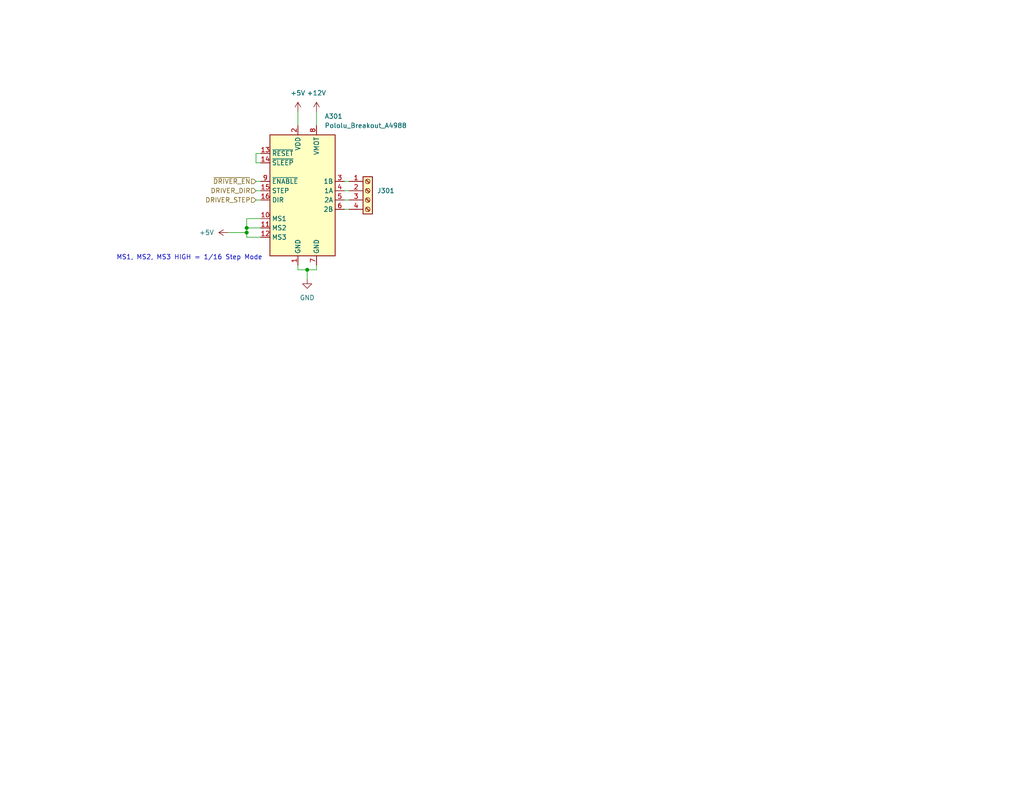
<source format=kicad_sch>
(kicad_sch (version 20230121) (generator eeschema)
  (paper "USLetter")
  (title_block (rev "1"))
  (lib_symbols
    (symbol "Connector:Screw_Terminal_01x04" (pin_names (offset 1.016) hide)
      (property "Reference" "J" (at 0 5.08 0))
      (property "Value" "Screw_Terminal_01x04" (at 0 -7.62 0))
      (symbol "Screw_Terminal_01x04_1_1"
        (rectangle (start -1.27 3.81) (end 1.27 -6.35) (stroke (width 0.254)) (fill (type background)))
        (circle (center 0 -5.08) (radius 0.635) (stroke (width 0.1524)))
        (circle (center 0 -2.54) (radius 0.635) (stroke (width 0.1524)))
        (polyline (pts (xy -0.5334 -4.7498) (xy 0.3302 -5.588)) (stroke (width 0.1524)))
        (polyline (pts (xy -0.5334 -2.2098) (xy 0.3302 -3.048)) (stroke (width 0.1524)))
        (polyline (pts (xy -0.5334 0.3302) (xy 0.3302 -0.508)) (stroke (width 0.1524)))
        (polyline (pts (xy -0.5334 2.8702) (xy 0.3302 2.032)) (stroke (width 0.1524)))
        (polyline (pts (xy -0.3556 -4.572) (xy 0.508 -5.4102)) (stroke (width 0.1524)))
        (polyline (pts (xy -0.3556 -2.032) (xy 0.508 -2.8702)) (stroke (width 0.1524)))
        (polyline (pts (xy -0.3556 0.508) (xy 0.508 -0.3302)) (stroke (width 0.1524)))
        (polyline (pts (xy -0.3556 3.048) (xy 0.508 2.2098)) (stroke (width 0.1524)))
        (circle (center 0 0) (radius 0.635) (stroke (width 0.1524)))
        (circle (center 0 2.54) (radius 0.635) (stroke (width 0.1524)))
        (pin passive line (at -5.08 2.54 0) (length 3.81) (name "Pin_1") (number "1"))
        (pin passive line (at -5.08 0 0) (length 3.81) (name "Pin_2") (number "2"))
        (pin passive line (at -5.08 -2.54 0) (length 3.81) (name "Pin_3") (number "3"))
        (pin passive line (at -5.08 -5.08 0) (length 3.81) (name "Pin_4") (number "4"))
      )
    )
    (symbol "Driver_Motor:Pololu_Breakout_A4988"
      (property "Reference" "A" (at -2.54 19.05 0))
      (property "Value" "Pololu_Breakout_A4988" (at -2.54 16.51 0))
      (symbol "Pololu_Breakout_A4988_0_1"
        (rectangle (start 10.16 -17.78) (end -7.62 15.24) (stroke (width 0.254)) (fill (type background)))
      )
      (symbol "Pololu_Breakout_A4988_1_1"
        (pin power_in line (at 0 -20.32 90) (length 2.54) (name "GND") (number "1"))
        (pin input line (at -10.16 -7.62 0) (length 2.54) (name "MS1") (number "10"))
        (pin input line (at -10.16 -10.16 0) (length 2.54) (name "MS2") (number "11"))
        (pin input line (at -10.16 -12.7 0) (length 2.54) (name "MS3") (number "12"))
        (pin input line (at -10.16 10.16 0) (length 2.54) (name "~{RESET}") (number "13"))
        (pin input line (at -10.16 7.62 0) (length 2.54) (name "~{SLEEP}") (number "14"))
        (pin input line (at -10.16 0 0) (length 2.54) (name "STEP") (number "15"))
        (pin input line (at -10.16 -2.54 0) (length 2.54) (name "DIR") (number "16"))
        (pin power_in line (at 0 17.78 270) (length 2.54) (name "VDD") (number "2"))
        (pin output line (at 12.7 2.54 180) (length 2.54) (name "1B") (number "3"))
        (pin output line (at 12.7 0 180) (length 2.54) (name "1A") (number "4"))
        (pin output line (at 12.7 -2.54 180) (length 2.54) (name "2A") (number "5"))
        (pin output line (at 12.7 -5.08 180) (length 2.54) (name "2B") (number "6"))
        (pin power_in line (at 5.08 -20.32 90) (length 2.54) (name "GND") (number "7"))
        (pin power_in line (at 5.08 17.78 270) (length 2.54) (name "VMOT") (number "8"))
        (pin input line (at -10.16 2.54 0) (length 2.54) (name "~{ENABLE}") (number "9"))
      )
    )
    (symbol "power:+12V" (power) (pin_names (offset 0))
      (property "Value" "+12V" (at 0 3.556 0))
      (symbol "+12V_0_1"
        (polyline (pts (xy -0.762 1.27) (xy 0 2.54)))
        (polyline (pts (xy 0 0) (xy 0 2.54)))
        (polyline (pts (xy 0 2.54) (xy 0.762 1.27)))
      )
      (symbol "+12V_1_1"
        (pin power_in line (at 0 0 90) (length 0) hide (name "+12V") (number "1"))
      )
    )
    (symbol "power:+5V" (power) (pin_names (offset 0))
      (property "Value" "+5V" (at 0 3.556 0))
      (symbol "+5V_0_1"
        (polyline (pts (xy -0.762 1.27) (xy 0 2.54)))
        (polyline (pts (xy 0 0) (xy 0 2.54)))
        (polyline (pts (xy 0 2.54) (xy 0.762 1.27)))
      )
      (symbol "+5V_1_1"
        (pin power_in line (at 0 0 90) (length 0) hide (name "+5V") (number "1"))
      )
    )
    (symbol "power:GND" (power) (pin_names (offset 0))
      (property "Value" "GND" (at 0 -3.81 0))
      (symbol "GND_0_1"
        (polyline (pts (xy 0 0) (xy 0 -1.27) (xy 1.27 -1.27) (xy 0 -2.54) (xy -1.27 -1.27) (xy 0 -1.27)))
      )
      (symbol "GND_1_1"
        (pin power_in line (at 0 0 270) (length 0) hide (name "GND") (number "1"))
      )
    )
  )
  (junction (at 83.82 73.66))
  (junction (at 67.31 63.5))
  (junction (at 67.31 62.23))
  (wire (pts (xy 67.31 64.77) (xy 71.12 64.77)))
  (wire (pts (xy 81.28 30.48) (xy 81.28 34.29)))
  (wire (pts (xy 67.31 59.69) (xy 71.12 59.69)))
  (wire (pts (xy 86.36 30.48) (xy 86.36 34.29)))
  (wire (pts (xy 93.98 49.53) (xy 95.25 49.53)))
  (wire (pts (xy 69.85 54.61) (xy 71.12 54.61)))
  (wire (pts (xy 86.36 73.66) (xy 83.82 73.66)))
  (wire (pts (xy 69.85 44.45) (xy 71.12 44.45)))
  (wire (pts (xy 93.98 52.07) (xy 95.25 52.07)))
  (wire (pts (xy 93.98 57.15) (xy 95.25 57.15)))
  (wire (pts (xy 86.36 72.39) (xy 86.36 73.66)))
  (wire (pts (xy 83.82 73.66) (xy 81.28 73.66)))
  (wire (pts (xy 71.12 41.91) (xy 69.85 41.91)))
  (wire (pts (xy 69.85 52.07) (xy 71.12 52.07)))
  (wire (pts (xy 69.85 41.91) (xy 69.85 44.45)))
  (wire (pts (xy 67.31 63.5) (xy 67.31 64.77)))
  (wire (pts (xy 67.31 59.69) (xy 67.31 62.23)))
  (wire (pts (xy 83.82 73.66) (xy 83.82 76.2)))
  (wire (pts (xy 69.85 49.53) (xy 71.12 49.53)))
  (wire (pts (xy 93.98 54.61) (xy 95.25 54.61)))
  (wire (pts (xy 67.31 62.23) (xy 67.31 63.5)))
  (wire (pts (xy 81.28 72.39) (xy 81.28 73.66)))
  (wire (pts (xy 67.31 62.23) (xy 71.12 62.23)))
  (wire (pts (xy 62.23 63.5) (xy 67.31 63.5)))
  (text "MS1, MS2, MS3 HIGH = 1/16 Step Mode" (at 31.75 71.12 0) (effects (font (size 1.27 1.27)) (justify left bottom)))
  (hierarchical_label "DRIVER_DIR" (shape input) (at 69.85 52.07 180))
  (hierarchical_label "DRIVER_STEP" (shape input) (at 69.85 54.61 180))
  (hierarchical_label "~{DRIVER_EN}" (shape input) (at 69.85 49.53 180))
  (symbol (lib_id "power:+12V") (at 86.36 30.48 0) (unit 1)
    (property "Reference" "#PWR0304" (effects hide))
    (property "Value" "+12V" (at 86.36 25.4 0))
    (instances (project "claw_machine" (path "" (reference "#PWR0304") (unit 1)) (path "" (reference "#PWR0504") (unit 1)) (path "" (reference "#PWR0404") (unit 1))) (project "ClawMachine" (path "" (reference "#PWR03") (unit 1)) (path "" (reference "#PWR039") (unit 1)) (path "" (reference "#PWR042") (unit 1))))
  )
  (symbol (lib_id "Connector:Screw_Terminal_01x04") (at 100.33 52.07 0) (unit 1)
    (property "Reference" "J301" (at 102.87 52.07 0) (effects (justify left)))
    (property "Value" "Screw_Terminal_01x04" (effects hide))
    (property "Footprint" "TerminalBlock:TerminalBlock_bornier-4_P5.08mm" (effects hide))
    (instances (project "claw_machine" (path "" (reference "J301") (unit 1)) (path "" (reference "J501") (unit 1)) (path "" (reference "J401") (unit 1))) (project "ClawMachine" (path "" (reference "J6") (unit 1)) (path "" (reference "J2") (unit 1)) (path "" (reference "J1") (unit 1)) (path "" (reference "J6") (unit 1))))
  )
  (symbol (lib_id "Driver_Motor:Pololu_Breakout_A4988") (at 81.28 52.07 0) (unit 1)
    (property "Reference" "A301" (at 88.5541 31.75 0) (effects (justify left)))
    (property "Value" "Pololu_Breakout_A4988" (at 88.5541 34.29 0) (effects (justify left)))
    (property "Footprint" "Module:Pololu_Breakout-16_15.2x20.3mm" (effects hide))
    (property "Datasheet" "https://www.pololu.com/product/2980/pictures" (effects hide))
    (instances (project "claw_machine" (path "" (reference "A301") (unit 1)) (path "" (reference "A501") (unit 1)) (path "" (reference "A401") (unit 1))) (project "ClawMachine" (path "" (reference "A1") (unit 1)) (path "" (reference "A2") (unit 1)) (path "" (reference "A1") (unit 1)) (path "" (reference "A3") (unit 1))))
  )
  (symbol (lib_id "power:+5V") (at 81.28 30.48 0) (unit 1)
    (property "Reference" "#PWR0302" (effects hide))
    (property "Value" "+5V" (at 81.28 25.4 0))
    (instances (project "claw_machine" (path "" (reference "#PWR0302") (unit 1)) (path "" (reference "#PWR0502") (unit 1)) (path "" (reference "#PWR0402") (unit 1))) (project "ClawMachine" (path "" (reference "#PWR01") (unit 1)) (path "" (reference "#PWR037") (unit 1)) (path "" (reference "#PWR040") (unit 1))))
  )
  (symbol (lib_id "power:GND") (at 83.82 76.2 0) (unit 1)
    (property "Reference" "#PWR0303" (effects hide))
    (property "Value" "GND" (at 83.82 81.28 0))
    (instances (project "claw_machine" (path "" (reference "#PWR0303") (unit 1)) (path "" (reference "#PWR0503") (unit 1)) (path "" (reference "#PWR0403") (unit 1))) (project "ClawMachine" (path "" (reference "#PWR02") (unit 1)) (path "" (reference "#PWR038") (unit 1)) (path "" (reference "#PWR041") (unit 1))))
  )
  (symbol (lib_id "power:+5V") (at 62.23 63.5 90) (unit 1)
    (property "Reference" "#PWR0301" (effects hide))
    (property "Value" "+5V" (at 58.42 63.5 90) (effects (justify left)))
    (instances (project "claw_machine" (path "" (reference "#PWR0301") (unit 1)) (path "" (reference "#PWR0501") (unit 1)) (path "" (reference "#PWR0401") (unit 1))) (project "ClawMachine" (path "" (reference "#PWR01") (unit 1)) (path "" (reference "#PWR037") (unit 1)) (path "" (reference "#PWR040") (unit 1))))
  )
)
</source>
